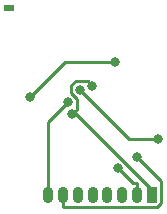
<source format=gbr>
%TF.GenerationSoftware,KiCad,Pcbnew,7.0.7*%
%TF.CreationDate,2024-12-08T13:35:24-04:00*%
%TF.ProjectId,Tarea Final,54617265-6120-4466-996e-616c2e6b6963,rev?*%
%TF.SameCoordinates,Original*%
%TF.FileFunction,Copper,L2,Bot*%
%TF.FilePolarity,Positive*%
%FSLAX46Y46*%
G04 Gerber Fmt 4.6, Leading zero omitted, Abs format (unit mm)*
G04 Created by KiCad (PCBNEW 7.0.7) date 2024-12-08 13:35:24*
%MOMM*%
%LPD*%
G01*
G04 APERTURE LIST*
G04 Aperture macros list*
%AMRoundRect*
0 Rectangle with rounded corners*
0 $1 Rounding radius*
0 $2 $3 $4 $5 $6 $7 $8 $9 X,Y pos of 4 corners*
0 Add a 4 corners polygon primitive as box body*
4,1,4,$2,$3,$4,$5,$6,$7,$8,$9,$2,$3,0*
0 Add four circle primitives for the rounded corners*
1,1,$1+$1,$2,$3*
1,1,$1+$1,$4,$5*
1,1,$1+$1,$6,$7*
1,1,$1+$1,$8,$9*
0 Add four rect primitives between the rounded corners*
20,1,$1+$1,$2,$3,$4,$5,0*
20,1,$1+$1,$4,$5,$6,$7,0*
20,1,$1+$1,$6,$7,$8,$9,0*
20,1,$1+$1,$8,$9,$2,$3,0*%
G04 Aperture macros list end*
%TA.AperFunction,ComponentPad*%
%ADD10O,0.900000X1.400000*%
%TD*%
%TA.AperFunction,ComponentPad*%
%ADD11RoundRect,0.225000X0.225000X0.475000X-0.225000X0.475000X-0.225000X-0.475000X0.225000X-0.475000X0*%
%TD*%
%TA.AperFunction,ComponentPad*%
%ADD12R,0.900000X0.500000*%
%TD*%
%TA.AperFunction,ViaPad*%
%ADD13C,0.800000*%
%TD*%
%TA.AperFunction,Conductor*%
%ADD14C,0.250000*%
%TD*%
G04 APERTURE END LIST*
D10*
%TO.P,J1,8,Pin_8*%
%TO.N,GND*%
X151230000Y-92964000D03*
%TO.P,J1,7,Pin_7*%
%TO.N,Net-(J1-Pin_7)*%
X152480000Y-92964000D03*
%TO.P,J1,6,Pin_6*%
%TO.N,Net-(J1-Pin_6)*%
X153730000Y-92964000D03*
%TO.P,J1,5,Pin_5*%
%TO.N,Net-(J1-Pin_5)*%
X154980000Y-92964000D03*
%TO.P,J1,4,Pin_4*%
%TO.N,Net-(J1-Pin_4)*%
X156230000Y-92964000D03*
%TO.P,J1,3,Pin_3*%
%TO.N,Net-(J1-Pin_3)*%
X157480000Y-92964000D03*
%TO.P,J1,2,Pin_2*%
%TO.N,Net-(J1-Pin_2)*%
X158730000Y-92964000D03*
D11*
%TO.P,J1,1,Pin_1*%
%TO.N,VDD*%
X159980000Y-92964000D03*
%TD*%
D12*
%TO.P,AE1,2*%
%TO.N,N/C*%
X147930000Y-77130000D03*
%TD*%
D13*
%TO.N,Net-(U1-IREF)*%
X160526000Y-88173400D03*
X153935000Y-84040700D03*
%TO.N,Net-(J1-Pin_7)*%
X158735000Y-89726500D03*
%TO.N,Net-(J1-Pin_2)*%
X157124000Y-90670600D03*
%TO.N,Net-(C7-Pad1)*%
X149711000Y-84696600D03*
X156920000Y-81733400D03*
%TO.N,GND*%
X152920000Y-85098100D03*
%TO.N,VDD*%
X154963000Y-83711100D03*
X153258000Y-86124200D03*
%TD*%
D14*
%TO.N,Net-(U1-IREF)*%
X158068000Y-88173400D02*
X160526000Y-88173400D01*
X153935000Y-84040700D02*
X158068000Y-88173400D01*
%TO.N,Net-(J1-Pin_7)*%
X160798000Y-91789200D02*
X158735000Y-89726500D01*
X160798000Y-93628200D02*
X160798000Y-91789200D01*
X160422000Y-94003700D02*
X160798000Y-93628200D01*
X152493000Y-94003700D02*
X160422000Y-94003700D01*
X152480000Y-93990900D02*
X152493000Y-94003700D01*
X152480000Y-92964000D02*
X152480000Y-93990900D01*
%TO.N,Net-(J1-Pin_2)*%
X158391000Y-91937100D02*
X157124000Y-90670600D01*
X158730000Y-91937100D02*
X158391000Y-91937100D01*
X158730000Y-92964000D02*
X158730000Y-91937100D01*
%TO.N,Net-(C7-Pad1)*%
X152674000Y-81733400D02*
X156920000Y-81733400D01*
X149711000Y-84696600D02*
X152674000Y-81733400D01*
%TO.N,GND*%
X151230000Y-86788100D02*
X152920000Y-85098100D01*
X151230000Y-92964000D02*
X151230000Y-86788100D01*
%TO.N,VDD*%
X153606000Y-86124200D02*
X153258000Y-86124200D01*
X159980000Y-92498300D02*
X153606000Y-86124200D01*
X159980000Y-92964000D02*
X159980000Y-92498300D01*
X154566000Y-83313800D02*
X154963000Y-83711100D01*
X153557000Y-83313800D02*
X154566000Y-83313800D01*
X153194000Y-83676500D02*
X153557000Y-83313800D01*
X153194000Y-84344300D02*
X153194000Y-83676500D01*
X153647000Y-84797000D02*
X153194000Y-84344300D01*
X153647000Y-85735500D02*
X153647000Y-84797000D01*
X153258000Y-86124200D02*
X153647000Y-85735500D01*
%TD*%
M02*

</source>
